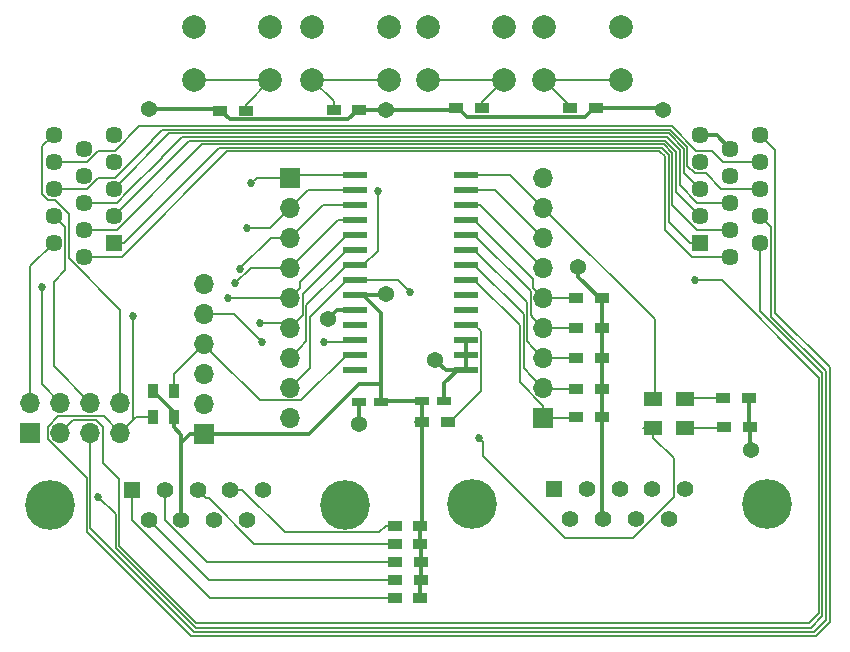
<source format=gbr>
%TF.GenerationSoftware,KiCad,Pcbnew,(5.0.1-3-g963ef8bb5)*%
%TF.CreationDate,2019-01-11T00:28:31-08:00*%
%TF.ProjectId,vga_i2c,7667615F6932632E6B696361645F7063,rev?*%
%TF.SameCoordinates,Original*%
%TF.FileFunction,Copper,L1,Top,Signal*%
%TF.FilePolarity,Positive*%
%FSLAX46Y46*%
G04 Gerber Fmt 4.6, Leading zero omitted, Abs format (unit mm)*
G04 Created by KiCad (PCBNEW (5.0.1-3-g963ef8bb5)) date Friday, January 11, 2019 at 12:28:31 AM*
%MOMM*%
%LPD*%
G01*
G04 APERTURE LIST*
%ADD10O,1.700000X1.700000*%
%ADD11R,1.700000X1.700000*%
%ADD12C,4.216000*%
%ADD13C,1.408000*%
%ADD14R,1.408000X1.408000*%
%ADD15R,1.447800X1.447800*%
%ADD16C,1.447800*%
%ADD17C,2.000000*%
%ADD18R,1.200000X0.900000*%
%ADD19R,2.000000X0.600000*%
%ADD20R,1.200000X0.750000*%
%ADD21R,1.500000X1.300000*%
%ADD22R,0.900000X1.200000*%
%ADD23C,1.371600*%
%ADD24C,0.685800*%
%ADD25C,0.304800*%
%ADD26C,0.152400*%
G04 APERTURE END LIST*
D10*
X95313500Y-68326000D03*
X95313500Y-70866000D03*
X95313500Y-73406000D03*
X95313500Y-75946000D03*
X95313500Y-78486000D03*
X95313500Y-81026000D03*
X95313500Y-83566000D03*
X95313500Y-86106000D03*
D11*
X95313500Y-88646000D03*
D12*
X114247400Y-95961200D03*
X89257400Y-95961200D03*
D13*
X105907400Y-97231200D03*
X103137400Y-97231200D03*
X100367400Y-97231200D03*
X97597400Y-97231200D03*
X107292400Y-94691200D03*
X104522400Y-94691200D03*
X101752400Y-94691200D03*
X98982400Y-94691200D03*
D14*
X96212400Y-94691200D03*
X60500000Y-94742000D03*
D13*
X63270000Y-94742000D03*
X66040000Y-94742000D03*
X68810000Y-94742000D03*
X71580000Y-94742000D03*
X61885000Y-97282000D03*
X64655000Y-97282000D03*
X67425000Y-97282000D03*
X70195000Y-97282000D03*
D12*
X53545000Y-96012000D03*
X78535000Y-96012000D03*
D15*
X108585000Y-73850500D03*
D16*
X108585000Y-71564500D03*
X108585000Y-69278500D03*
X108585000Y-66992500D03*
X108585000Y-64706500D03*
X111125000Y-74993500D03*
X111125000Y-72707500D03*
X111125000Y-70421500D03*
X111125000Y-68135500D03*
X111125000Y-65849500D03*
X113665000Y-73850500D03*
X113665000Y-71564500D03*
X113665000Y-69278500D03*
X113665000Y-66992500D03*
X113665000Y-64706500D03*
D17*
X85498800Y-60045600D03*
X85498800Y-55545600D03*
X91998800Y-60045600D03*
X91998800Y-55545600D03*
D10*
X66548000Y-77343000D03*
X66548000Y-79883000D03*
X66548000Y-82423000D03*
X66548000Y-84963000D03*
X66548000Y-87503000D03*
D11*
X66548000Y-90043000D03*
D10*
X59486800Y-87376000D03*
X59486800Y-89916000D03*
X56946800Y-87376000D03*
X56946800Y-89916000D03*
X54406800Y-87376000D03*
X54406800Y-89916000D03*
X51866800Y-87376000D03*
D11*
X51866800Y-89916000D03*
D18*
X84902400Y-103886000D03*
X82702400Y-103886000D03*
X82737600Y-100838000D03*
X84937600Y-100838000D03*
X84902400Y-99314000D03*
X82702400Y-99314000D03*
X82702400Y-97790000D03*
X84902400Y-97790000D03*
X84920000Y-102362000D03*
X82720000Y-102362000D03*
X77538400Y-62585600D03*
X79738400Y-62585600D03*
D19*
X88774000Y-68072000D03*
X88774000Y-69342000D03*
X88774000Y-70612000D03*
X88774000Y-71882000D03*
X88774000Y-73152000D03*
X88774000Y-74422000D03*
X88774000Y-75692000D03*
X88774000Y-76962000D03*
X88774000Y-78232000D03*
X88774000Y-79502000D03*
X88774000Y-80772000D03*
X88774000Y-82042000D03*
X88774000Y-83312000D03*
X88774000Y-84582000D03*
X79374000Y-84582000D03*
X79374000Y-83312000D03*
X79374000Y-82042000D03*
X79374000Y-80772000D03*
X79374000Y-79502000D03*
X79374000Y-78232000D03*
X79374000Y-76962000D03*
X79374000Y-75692000D03*
X79374000Y-74422000D03*
X79374000Y-73152000D03*
X79374000Y-71882000D03*
X79374000Y-70612000D03*
X79374000Y-69342000D03*
X79374000Y-68072000D03*
D20*
X81595000Y-87312500D03*
X79695000Y-87312500D03*
X85029000Y-87249000D03*
X86929000Y-87249000D03*
D21*
X107315000Y-89535000D03*
X104615000Y-89535000D03*
X107297200Y-87020400D03*
X104597200Y-87020400D03*
D16*
X53848000Y-64706500D03*
X53848000Y-66992500D03*
X53848000Y-69278500D03*
X53848000Y-71564500D03*
X53848000Y-73850500D03*
X56388000Y-65849500D03*
X56388000Y-68135500D03*
X56388000Y-70421500D03*
X56388000Y-72707500D03*
X56388000Y-74993500D03*
X58928000Y-64706500D03*
X58928000Y-66992500D03*
X58928000Y-69278500D03*
X58928000Y-71564500D03*
D15*
X58928000Y-73850500D03*
D22*
X64008000Y-86344400D03*
X64008000Y-88544400D03*
X62230000Y-88610800D03*
X62230000Y-86410800D03*
D18*
X87249000Y-88963500D03*
X85049000Y-88963500D03*
X112839500Y-89408000D03*
X110639500Y-89408000D03*
X112712500Y-86995000D03*
X110512500Y-86995000D03*
X70104000Y-62636400D03*
X67904000Y-62636400D03*
X97536000Y-62420500D03*
X99736000Y-62420500D03*
X90106500Y-62420500D03*
X87906500Y-62420500D03*
X98044000Y-78536800D03*
X100244000Y-78536800D03*
X98044000Y-83566000D03*
X100244000Y-83566000D03*
X98044000Y-86207600D03*
X100244000Y-86207600D03*
X98044000Y-88595200D03*
X100244000Y-88595200D03*
X98044000Y-81026000D03*
X100244000Y-81026000D03*
D17*
X72186800Y-55545600D03*
X72186800Y-60045600D03*
X65686800Y-55545600D03*
X65686800Y-60045600D03*
X82245200Y-55545600D03*
X82245200Y-60045600D03*
X75745200Y-55545600D03*
X75745200Y-60045600D03*
X101854000Y-55545600D03*
X101854000Y-60045600D03*
X95354000Y-55545600D03*
X95354000Y-60045600D03*
D10*
X73850500Y-88646000D03*
X73850500Y-86106000D03*
X73850500Y-83566000D03*
X73850500Y-81026000D03*
X73850500Y-78486000D03*
X73850500Y-75946000D03*
X73850500Y-73406000D03*
X73850500Y-70866000D03*
D11*
X73850500Y-68326000D03*
D23*
X79705200Y-89154000D03*
X112877600Y-91338400D03*
X77063600Y-80264000D03*
X86156800Y-83718400D03*
X61874400Y-62534800D03*
X105460800Y-62585600D03*
X81940400Y-78130400D03*
X81940400Y-62585600D03*
X98247200Y-75895200D03*
D24*
X52882800Y-77571600D03*
X108102400Y-77012800D03*
X76758800Y-82245200D03*
X60565401Y-80072601D03*
X71475600Y-82245200D03*
X57607200Y-95351600D03*
X81280000Y-69443600D03*
X69189600Y-77266800D03*
X70561200Y-68783200D03*
X70205600Y-72593200D03*
X69623688Y-76024488D03*
X68630800Y-78486000D03*
X71348601Y-80619600D03*
X84023200Y-78028800D03*
X89814400Y-90373200D03*
D25*
X88774000Y-82042000D02*
X88774000Y-83312000D01*
X88774000Y-84582000D02*
X88774000Y-83312000D01*
X88074000Y-84582000D02*
X88774000Y-84582000D01*
X86929000Y-85727000D02*
X88074000Y-84582000D01*
X86929000Y-87249000D02*
X86929000Y-85727000D01*
X86929000Y-87249000D02*
X86704000Y-87249000D01*
X112712500Y-89281000D02*
X112839500Y-89408000D01*
X112712500Y-86995000D02*
X112712500Y-89281000D01*
X112839500Y-89408000D02*
X112689500Y-89408000D01*
X109982000Y-64706500D02*
X108585000Y-64706500D01*
X111125000Y-65849500D02*
X109982000Y-64706500D01*
X79695000Y-89143800D02*
X79705200Y-89154000D01*
X79695000Y-87312500D02*
X79695000Y-89143800D01*
X112839500Y-91300300D02*
X112877600Y-91338400D01*
X112839500Y-89408000D02*
X112839500Y-91300300D01*
X77825600Y-79502000D02*
X77063600Y-80264000D01*
X79374000Y-79502000D02*
X77825600Y-79502000D01*
X87020400Y-84582000D02*
X86156800Y-83718400D01*
X88774000Y-84582000D02*
X87020400Y-84582000D01*
X81658500Y-87249000D02*
X81595000Y-87312500D01*
X85029000Y-87249000D02*
X81658500Y-87249000D01*
X80074000Y-78232000D02*
X79374000Y-78232000D01*
X81595000Y-79753000D02*
X80074000Y-78232000D01*
X85029000Y-88943500D02*
X85049000Y-88963500D01*
X85029000Y-87249000D02*
X85029000Y-88943500D01*
X84518500Y-88963500D02*
X85049000Y-88963500D01*
X84858500Y-89154000D02*
X85049000Y-88963500D01*
X65393200Y-90043000D02*
X66548000Y-90043000D01*
X64655000Y-90781200D02*
X65393200Y-90043000D01*
X64655000Y-97282000D02*
X64655000Y-90781200D01*
X100244000Y-78536800D02*
X100244000Y-81026000D01*
X100244000Y-81026000D02*
X100244000Y-83566000D01*
X100244000Y-83566000D02*
X100244000Y-86207600D01*
X100244000Y-86207600D02*
X100244000Y-88595200D01*
X84902400Y-102379600D02*
X84920000Y-102362000D01*
X84902400Y-103886000D02*
X84902400Y-102379600D01*
X84920000Y-100855600D02*
X84937600Y-100838000D01*
X84920000Y-102362000D02*
X84920000Y-100855600D01*
X84937600Y-99349200D02*
X84902400Y-99314000D01*
X84937600Y-100838000D02*
X84937600Y-99349200D01*
X84902400Y-99314000D02*
X84902400Y-97790000D01*
X64008000Y-88188800D02*
X62230000Y-86410800D01*
X64008000Y-88544400D02*
X64008000Y-88188800D01*
X64655000Y-90096200D02*
X64655000Y-90781200D01*
X64008000Y-89449200D02*
X64655000Y-90096200D01*
X64008000Y-88544400D02*
X64008000Y-89449200D01*
X79682658Y-85801200D02*
X81595000Y-85801200D01*
X81595000Y-85801200D02*
X81595000Y-79753000D01*
X75440858Y-90043000D02*
X79682658Y-85801200D01*
X66548000Y-90043000D02*
X75440858Y-90043000D01*
X81595000Y-87312500D02*
X81595000Y-85801200D01*
X67802400Y-62534800D02*
X67904000Y-62636400D01*
X61874400Y-62534800D02*
X67802400Y-62534800D01*
X79588400Y-62585600D02*
X79738400Y-62585600D01*
X78782800Y-63391200D02*
X79588400Y-62585600D01*
X68808800Y-63391200D02*
X78782800Y-63391200D01*
X68054000Y-62636400D02*
X68808800Y-63391200D01*
X67904000Y-62636400D02*
X68054000Y-62636400D01*
X87741400Y-62585600D02*
X87906500Y-62420500D01*
X99586000Y-62420500D02*
X99736000Y-62420500D01*
X98831200Y-63175300D02*
X99586000Y-62420500D01*
X88811301Y-63175301D02*
X98831200Y-63175300D01*
X88056500Y-62420500D02*
X88811301Y-63175301D01*
X87906500Y-62420500D02*
X88056500Y-62420500D01*
X105295700Y-62420500D02*
X105460800Y-62585600D01*
X99736000Y-62420500D02*
X105295700Y-62420500D01*
X85049000Y-97643400D02*
X84902400Y-97790000D01*
X85049000Y-88963500D02*
X85049000Y-97643400D01*
X100244000Y-97107800D02*
X100367400Y-97231200D01*
X100244000Y-88595200D02*
X100244000Y-97107800D01*
X81838800Y-78232000D02*
X81940400Y-78130400D01*
X79374000Y-78232000D02*
X81838800Y-78232000D01*
X81940400Y-62585600D02*
X87741400Y-62585600D01*
X79738400Y-62585600D02*
X81940400Y-62585600D01*
X98247200Y-76690000D02*
X98247200Y-75895200D01*
X100094000Y-78536800D02*
X98247200Y-76690000D01*
X100244000Y-78536800D02*
X100094000Y-78536800D01*
D26*
X52895499Y-65659001D02*
X53848000Y-64706500D01*
X52895499Y-69735701D02*
X52895499Y-65659001D01*
X53390799Y-70231001D02*
X52895499Y-69735701D01*
X53924203Y-70231001D02*
X53390799Y-70231001D01*
X55105311Y-71412109D02*
X53924203Y-70231001D01*
X55105311Y-75120513D02*
X55105311Y-71412109D01*
X59486800Y-79502002D02*
X55105311Y-75120513D01*
X59486800Y-87376000D02*
X59486800Y-79502002D01*
X113665000Y-66992500D02*
X110553500Y-66992500D01*
X109600999Y-66039999D02*
X108267499Y-66039999D01*
X110553500Y-66992500D02*
X109600999Y-66039999D01*
X108267499Y-66039999D02*
X106172000Y-63944500D01*
X56654702Y-66992500D02*
X53848000Y-66992500D01*
X57607203Y-66039999D02*
X56654702Y-66992500D01*
X61099702Y-63944500D02*
X59004203Y-66039999D01*
X59004203Y-66039999D02*
X57607203Y-66039999D01*
X106172000Y-63944500D02*
X61099702Y-63944500D01*
X109042201Y-67945001D02*
X110375700Y-69278500D01*
X107505500Y-67322702D02*
X108127799Y-67945001D01*
X63055500Y-64262000D02*
X106045000Y-64262000D01*
X108127799Y-67945001D02*
X109042201Y-67945001D01*
X106045000Y-64262000D02*
X107505500Y-65722500D01*
X62153810Y-65163690D02*
X63055500Y-64262000D01*
X62153810Y-65176392D02*
X62153810Y-65163690D01*
X57607203Y-68325999D02*
X59004203Y-68325999D01*
X110375700Y-69278500D02*
X113665000Y-69278500D01*
X107505500Y-65722500D02*
X107505500Y-67322702D01*
X59004203Y-68325999D02*
X62153810Y-65176392D01*
X56654702Y-69278500D02*
X57607203Y-68325999D01*
X53848000Y-69278500D02*
X56654702Y-69278500D01*
X54800501Y-72517001D02*
X54800501Y-76161899D01*
X53848000Y-71564500D02*
X54800501Y-72517001D01*
X54800501Y-76161899D02*
X53848000Y-77114400D01*
X53848000Y-84277200D02*
X56946800Y-87376000D01*
X53848000Y-77114400D02*
X53848000Y-84277200D01*
X51866800Y-75831700D02*
X51866800Y-87376000D01*
X53848000Y-73850500D02*
X51866800Y-75831700D01*
X111125000Y-70421500D02*
X108318298Y-70421500D01*
X106870500Y-65976500D02*
X105765620Y-64871620D01*
X106870500Y-68973702D02*
X106870500Y-65976500D01*
X108318298Y-70421500D02*
X106870500Y-68973702D01*
X62992000Y-66586120D02*
X64706500Y-64871620D01*
X60134500Y-69469000D02*
X62992000Y-66611500D01*
X60134500Y-69481702D02*
X60134500Y-69469000D01*
X105765620Y-64871620D02*
X64706500Y-64871620D01*
X56388000Y-70421500D02*
X59194702Y-70421500D01*
X62992000Y-66611500D02*
X62992000Y-66586120D01*
X59194702Y-70421500D02*
X60134500Y-69481702D01*
X59194702Y-72707500D02*
X66420962Y-65481240D01*
X56388000Y-72707500D02*
X59194702Y-72707500D01*
X66420962Y-65481240D02*
X105499674Y-65481240D01*
X105499674Y-65481240D02*
X105499674Y-65494674D01*
X105499674Y-65494674D02*
X106235500Y-66230500D01*
X108318298Y-72707500D02*
X111125000Y-72707500D01*
X106235500Y-70624702D02*
X108318298Y-72707500D01*
X106235500Y-66230500D02*
X106235500Y-70624702D01*
X107868718Y-74993500D02*
X111125000Y-74993500D01*
X105600500Y-72725282D02*
X107868718Y-74993500D01*
X105220294Y-66104294D02*
X105600500Y-66484500D01*
X105600500Y-66484500D02*
X105600500Y-72725282D01*
X59644282Y-74993500D02*
X68546922Y-66090860D01*
X68546922Y-66090860D02*
X105220294Y-66090860D01*
X105220294Y-66090860D02*
X105220294Y-66104294D01*
X56388000Y-74993500D02*
X59644282Y-74993500D01*
X54406800Y-87376000D02*
X52832000Y-85801200D01*
X52832000Y-85801200D02*
X52832000Y-77622400D01*
X52832000Y-77622400D02*
X52882800Y-77571600D01*
X107188000Y-67881500D02*
X108585000Y-69278500D01*
X105905310Y-64566810D02*
X107188000Y-65849500D01*
X63639690Y-64566810D02*
X105905310Y-64566810D01*
X107188000Y-65849500D02*
X107188000Y-67881500D01*
X58928000Y-69278500D02*
X63639690Y-64566810D01*
X105625930Y-65176430D02*
X106553000Y-66103500D01*
X106553000Y-69532500D02*
X108585000Y-71564500D01*
X106553000Y-66103500D02*
X106553000Y-69532500D01*
X63944500Y-66548000D02*
X63969930Y-66548000D01*
X58928000Y-71564500D02*
X63944500Y-66548000D01*
X63969930Y-66548000D02*
X65341500Y-65176430D01*
X65341500Y-65176430D02*
X105625930Y-65176430D01*
X58928000Y-73850500D02*
X59804300Y-73850500D01*
X59804300Y-73850500D02*
X67868750Y-65786050D01*
X67868750Y-65786050D02*
X105359984Y-65786050D01*
X105359984Y-65786050D02*
X105359984Y-65799484D01*
X105359984Y-65799484D02*
X105930690Y-66370190D01*
X105930690Y-66370190D02*
X105918000Y-66382880D01*
X107708700Y-73850500D02*
X108585000Y-73850500D01*
X105918000Y-72059800D02*
X107708700Y-73850500D01*
X105918000Y-66382880D02*
X105918000Y-72059800D01*
X55256799Y-89066001D02*
X54406800Y-89916000D01*
X55485401Y-88837399D02*
X55256799Y-89066001D01*
X57464529Y-88837399D02*
X55485401Y-88837399D01*
X58025401Y-89398271D02*
X57464529Y-88837399D01*
X65887600Y-106019600D02*
X59385201Y-99517199D01*
X59385201Y-93827601D02*
X58025401Y-92467801D01*
X58025401Y-92467801D02*
X58025401Y-89398271D01*
X59385201Y-99517199D02*
X59385201Y-93827601D01*
X117754400Y-106019600D02*
X65887600Y-106019600D01*
X118617990Y-85242390D02*
X118617990Y-105156010D01*
X118617990Y-105156010D02*
X117754400Y-106019600D01*
X110388400Y-77012800D02*
X118617990Y-85242390D01*
X108102400Y-77012800D02*
X110388400Y-77012800D01*
X78674000Y-83312000D02*
X79374000Y-83312000D01*
X74801399Y-87184601D02*
X78674000Y-83312000D01*
X71309601Y-87184601D02*
X74801399Y-87184601D01*
X67335400Y-83210400D02*
X71309601Y-87184601D01*
X67397999Y-83272999D02*
X67335400Y-83210400D01*
X67335400Y-83210400D02*
X66548000Y-82423000D01*
X64008000Y-84963000D02*
X66548000Y-82423000D01*
X64008000Y-86344400D02*
X64008000Y-84963000D01*
X56946800Y-97993200D02*
X56946800Y-89916000D01*
X65735200Y-106781600D02*
X56946800Y-97993200D01*
X119201466Y-105791734D02*
X118211600Y-106781600D01*
X119227600Y-105791734D02*
X119201466Y-105791734D01*
X119227600Y-84683600D02*
X119227600Y-105791734D01*
X118211600Y-106781600D02*
X65735200Y-106781600D01*
X113665000Y-71564500D02*
X114617501Y-72517001D01*
X114617501Y-80073501D02*
X119227600Y-84683600D01*
X114617501Y-72517001D02*
X114617501Y-80073501D01*
X79170800Y-82245200D02*
X79374000Y-82042000D01*
X76758800Y-82245200D02*
X79170800Y-82245200D01*
X60565401Y-88837399D02*
X60565401Y-80072601D01*
X59486800Y-89916000D02*
X60565401Y-88837399D01*
X69113400Y-79883000D02*
X71475600Y-82245200D01*
X66548000Y-79883000D02*
X69113400Y-79883000D01*
X60792000Y-88610800D02*
X62230000Y-88610800D01*
X60565401Y-88837399D02*
X60792000Y-88610800D01*
X114922311Y-65963811D02*
X114922311Y-79768711D01*
X113665000Y-64706500D02*
X114922311Y-65963811D01*
X114922311Y-79768711D02*
X119532400Y-84378800D01*
X119532400Y-84378800D02*
X119532400Y-105918000D01*
X119532400Y-105918000D02*
X118364000Y-107086400D01*
X56641990Y-98297990D02*
X65430400Y-107086400D01*
X53328199Y-90433729D02*
X56641990Y-93747520D01*
X53328199Y-89398271D02*
X53328199Y-90433729D01*
X58103390Y-88532590D02*
X54193880Y-88532590D01*
X56641990Y-93747520D02*
X56641990Y-98297990D01*
X54193880Y-88532590D02*
X53328199Y-89398271D01*
X59486800Y-89916000D02*
X58103390Y-88532590D01*
X118364000Y-107086400D02*
X65430400Y-107086400D01*
X89474000Y-71882000D02*
X94463501Y-76871501D01*
X94463501Y-77636001D02*
X95313500Y-78486000D01*
X94463501Y-76871501D02*
X94463501Y-77636001D01*
X88774000Y-71882000D02*
X89474000Y-71882000D01*
X97993200Y-78486000D02*
X98044000Y-78536800D01*
X95313500Y-78486000D02*
X97993200Y-78486000D01*
X89474000Y-74422000D02*
X93930089Y-78878089D01*
X94463501Y-82716001D02*
X95313500Y-83566000D01*
X93930089Y-82182589D02*
X94463501Y-82716001D01*
X93930089Y-78878089D02*
X93930089Y-82182589D01*
X88774000Y-74422000D02*
X89474000Y-74422000D01*
X95313500Y-83566000D02*
X98044000Y-83566000D01*
X94463501Y-85256001D02*
X95313500Y-86106000D01*
X93625279Y-84417779D02*
X94463501Y-85256001D01*
X93625279Y-79843279D02*
X93625279Y-84417779D01*
X89474000Y-75692000D02*
X93625279Y-79843279D01*
X88774000Y-75692000D02*
X89474000Y-75692000D01*
X95415100Y-86207600D02*
X95313500Y-86106000D01*
X98044000Y-86207600D02*
X95415100Y-86207600D01*
X95313500Y-87643600D02*
X95313500Y-88646000D01*
X93320469Y-85650569D02*
X95313500Y-87643600D01*
X93320469Y-80808469D02*
X93320469Y-85650569D01*
X89474000Y-76962000D02*
X93320469Y-80808469D01*
X88774000Y-76962000D02*
X89474000Y-76962000D01*
X97993200Y-88646000D02*
X98044000Y-88595200D01*
X95313500Y-88646000D02*
X97993200Y-88646000D01*
X94463501Y-80176001D02*
X95313500Y-81026000D01*
X94234899Y-79947399D02*
X94463501Y-80176001D01*
X94234899Y-77912899D02*
X94234899Y-79947399D01*
X89474000Y-73152000D02*
X94234899Y-77912899D01*
X88774000Y-73152000D02*
X89474000Y-73152000D01*
X98044000Y-81026000D02*
X95313500Y-81026000D01*
X113665000Y-73850500D02*
X113665000Y-79629000D01*
X115925600Y-81889600D02*
X118922800Y-84886800D01*
X113665000Y-79629000D02*
X115925600Y-81889600D01*
X115925600Y-81889600D02*
X116027200Y-81991200D01*
X118922800Y-84886800D02*
X118922800Y-105460800D01*
X118922800Y-105460800D02*
X117957600Y-106426000D01*
X117957600Y-106426000D02*
X65862934Y-106426000D01*
X59080391Y-99643457D02*
X59080391Y-96824791D01*
X65862934Y-106426000D02*
X59080391Y-99643457D01*
X59080391Y-96824791D02*
X57607200Y-95351600D01*
X89474000Y-80772000D02*
X88774000Y-80772000D01*
X90002601Y-81300601D02*
X89474000Y-80772000D01*
X90002601Y-86359899D02*
X90002601Y-81300601D01*
X87399000Y-88963500D02*
X90002601Y-86359899D01*
X87249000Y-88963500D02*
X87399000Y-88963500D01*
X75233911Y-82182589D02*
X74700499Y-82716001D01*
X75233911Y-79132089D02*
X75233911Y-82182589D01*
X78674000Y-75692000D02*
X75233911Y-79132089D01*
X79374000Y-75692000D02*
X78674000Y-75692000D01*
X74700499Y-82716001D02*
X73850500Y-83566000D01*
X80074000Y-75692000D02*
X79374000Y-75692000D01*
X81280000Y-74486000D02*
X80074000Y-75692000D01*
X81280000Y-69443600D02*
X81280000Y-74486000D01*
X75745200Y-60045600D02*
X82245200Y-60045600D01*
X77538400Y-61838800D02*
X77538400Y-62585600D01*
X75745200Y-60045600D02*
X77538400Y-61838800D01*
X77914500Y-71882000D02*
X73850500Y-75946000D01*
X79374000Y-71882000D02*
X77914500Y-71882000D01*
X70510400Y-75946000D02*
X73850500Y-75946000D01*
X69189600Y-77266800D02*
X70510400Y-75946000D01*
X66965000Y-102362000D02*
X61885000Y-97282000D01*
X82720000Y-102362000D02*
X66965000Y-102362000D01*
X74104500Y-68072000D02*
X73850500Y-68326000D01*
X79374000Y-68072000D02*
X74104500Y-68072000D01*
X71018400Y-68326000D02*
X70561200Y-68783200D01*
X73850500Y-68326000D02*
X71018400Y-68326000D01*
X69805606Y-94742000D02*
X68810000Y-94742000D01*
X73412207Y-98348601D02*
X69805606Y-94742000D01*
X81391399Y-98348601D02*
X73412207Y-98348601D01*
X81950000Y-97790000D02*
X81391399Y-98348601D01*
X82702400Y-97790000D02*
X81950000Y-97790000D01*
X75374500Y-69342000D02*
X73850500Y-70866000D01*
X79374000Y-69342000D02*
X75374500Y-69342000D01*
X72123300Y-72593200D02*
X73850500Y-70866000D01*
X70205600Y-72593200D02*
X72123300Y-72593200D01*
X66743999Y-95445999D02*
X66040000Y-94742000D01*
X66978749Y-95445999D02*
X66743999Y-95445999D01*
X70846750Y-99314000D02*
X66978749Y-95445999D01*
X82702400Y-99314000D02*
X70846750Y-99314000D01*
X76644500Y-70612000D02*
X73850500Y-73406000D01*
X79374000Y-70612000D02*
X76644500Y-70612000D01*
X69623688Y-75986890D02*
X69623688Y-76024488D01*
X72204578Y-73406000D02*
X69623688Y-75986890D01*
X73850500Y-73406000D02*
X72204578Y-73406000D01*
X63270000Y-97277250D02*
X63270000Y-94742000D01*
X66830750Y-100838000D02*
X63270000Y-97277250D01*
X82737600Y-100838000D02*
X66830750Y-100838000D01*
X74700499Y-77636001D02*
X73850500Y-78486000D01*
X74700499Y-77125501D02*
X74700499Y-77636001D01*
X78674000Y-73152000D02*
X74700499Y-77125501D01*
X79374000Y-73152000D02*
X78674000Y-73152000D01*
X73850500Y-78486000D02*
X68630800Y-78486000D01*
X60500000Y-97277250D02*
X60500000Y-94742000D01*
X67108750Y-103886000D02*
X60500000Y-97277250D01*
X82702400Y-103886000D02*
X67108750Y-103886000D01*
X110512500Y-89535000D02*
X110639500Y-89408000D01*
X107315000Y-89535000D02*
X110512500Y-89535000D01*
X107442000Y-86995000D02*
X110512500Y-86995000D01*
X74700499Y-80176001D02*
X73850500Y-81026000D01*
X74929101Y-79947399D02*
X74700499Y-80176001D01*
X74929101Y-78166899D02*
X74929101Y-79947399D01*
X78674000Y-74422000D02*
X74929101Y-78166899D01*
X79374000Y-74422000D02*
X78674000Y-74422000D01*
X73444100Y-80619600D02*
X73850500Y-81026000D01*
X71348601Y-80619600D02*
X73444100Y-80619600D01*
X65686800Y-60045600D02*
X72186800Y-60045600D01*
X70104000Y-62128400D02*
X70104000Y-62636400D01*
X72186800Y-60045600D02*
X70104000Y-62128400D01*
X89979500Y-70612000D02*
X95313500Y-75946000D01*
X88774000Y-70612000D02*
X89979500Y-70612000D01*
X101854000Y-60045600D02*
X95354000Y-60045600D01*
X97536000Y-62227600D02*
X97536000Y-62420500D01*
X95354000Y-60045600D02*
X97536000Y-62227600D01*
X91249500Y-69342000D02*
X95313500Y-73406000D01*
X88774000Y-69342000D02*
X91249500Y-69342000D01*
X85498800Y-60045600D02*
X91998800Y-60045600D01*
X90106500Y-61937900D02*
X90106500Y-62420500D01*
X91998800Y-60045600D02*
X90106500Y-61937900D01*
X74700499Y-85256001D02*
X73850500Y-86106000D01*
X75538721Y-84417779D02*
X74700499Y-85256001D01*
X75538721Y-80097279D02*
X75538721Y-84417779D01*
X78674000Y-76962000D02*
X75538721Y-80097279D01*
X79374000Y-76962000D02*
X78674000Y-76962000D01*
X82956400Y-76962000D02*
X84023200Y-78028800D01*
X79374000Y-76962000D02*
X82956400Y-76962000D01*
X103712600Y-89535000D02*
X104615000Y-89535000D01*
X104615000Y-90337400D02*
X104615000Y-89535000D01*
X106359799Y-92082199D02*
X104615000Y-90337400D01*
X97129600Y-98856800D02*
X102892050Y-98856800D01*
X102892050Y-98856800D02*
X106359799Y-95389051D01*
X90157299Y-91884499D02*
X97129600Y-98856800D01*
X90157299Y-90716099D02*
X90157299Y-91884499D01*
X106359799Y-95389051D02*
X106359799Y-92082199D01*
X89814400Y-90373200D02*
X90157299Y-90716099D01*
X92519500Y-68072000D02*
X95313500Y-70866000D01*
X88774000Y-68072000D02*
X92519500Y-68072000D01*
X104742000Y-80294500D02*
X104742000Y-86995000D01*
X95313500Y-70866000D02*
X104742000Y-80294500D01*
M02*

</source>
